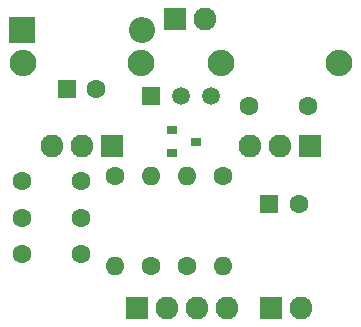
<source format=gts>
%TF.GenerationSoftware,KiCad,Pcbnew,(5.99.0-2514-g93e326803)*%
%TF.CreationDate,2020-08-01T18:07:19+03:00*%
%TF.ProjectId,los-fuelles,6c6f732d-6675-4656-9c6c-65732e6b6963,rev?*%
%TF.SameCoordinates,Original*%
%TF.FileFunction,Soldermask,Top*%
%TF.FilePolarity,Negative*%
%FSLAX46Y46*%
G04 Gerber Fmt 4.6, Leading zero omitted, Abs format (unit mm)*
G04 Created by KiCad (PCBNEW (5.99.0-2514-g93e326803)) date 2020-08-01 18:07:19*
%MOMM*%
%LPD*%
G01*
G04 APERTURE LIST*
%ADD10O,1.930400X1.930400*%
%ADD11R,1.930400X1.930400*%
%ADD12R,1.500000X1.500000*%
%ADD13C,1.500000*%
%ADD14C,1.600000*%
%ADD15O,1.600000X1.600000*%
%ADD16O,2.250000X2.250000*%
%ADD17R,2.200000X2.200000*%
%ADD18O,2.200000X2.200000*%
%ADD19R,1.600000X1.600000*%
%ADD20R,0.900000X0.800000*%
G04 APERTURE END LIST*
D10*
%TO.C,J3*%
X138531600Y-115062000D03*
X135991600Y-115062000D03*
X133451600Y-115062000D03*
D11*
X130911600Y-115062000D03*
%TD*%
D12*
%TO.C,Q2*%
X132080000Y-97129600D03*
D13*
X137160000Y-97129600D03*
X134620000Y-97129600D03*
%TD*%
D10*
%TO.C,J2*%
X136652000Y-90576400D03*
D11*
X134112000Y-90576400D03*
%TD*%
D10*
%TO.C,J1*%
X144780000Y-115062000D03*
D11*
X142240000Y-115062000D03*
%TD*%
D14*
%TO.C,C6*%
X121158000Y-107442000D03*
X126158000Y-107442000D03*
%TD*%
%TO.C,R3*%
X135128000Y-111506000D03*
D15*
X135128000Y-103886000D03*
%TD*%
D16*
%TO.C,RV1*%
X131238000Y-94346000D03*
X121238000Y-94346000D03*
D11*
X128778000Y-101346000D03*
D10*
X126238000Y-101346000D03*
X123698000Y-101346000D03*
%TD*%
D14*
%TO.C,R2*%
X132080000Y-111506000D03*
D15*
X132080000Y-103886000D03*
%TD*%
D14*
%TO.C,C4*%
X140385800Y-97993200D03*
X145385800Y-97993200D03*
%TD*%
%TO.C,C2*%
X121158000Y-110540800D03*
X126158000Y-110540800D03*
%TD*%
%TO.C,R1*%
X129032000Y-103886000D03*
D15*
X129032000Y-111506000D03*
%TD*%
D14*
%TO.C,C1*%
X126161800Y-104368600D03*
X121161800Y-104368600D03*
%TD*%
D17*
%TO.C,D1*%
X121132600Y-91516200D03*
D18*
X131292600Y-91516200D03*
%TD*%
D19*
%TO.C,C3*%
X142113000Y-106299000D03*
D14*
X144613000Y-106299000D03*
%TD*%
D19*
%TO.C,C5*%
X124968000Y-96520000D03*
D14*
X127468000Y-96520000D03*
%TD*%
%TO.C,R4*%
X138176000Y-103886000D03*
D15*
X138176000Y-111506000D03*
%TD*%
D20*
%TO.C,Q1*%
X133874000Y-100040400D03*
X133874000Y-101940400D03*
X135874000Y-100990400D03*
%TD*%
D16*
%TO.C,RV2*%
X138002000Y-94346000D03*
X148002000Y-94346000D03*
D11*
X145542000Y-101346000D03*
D10*
X143002000Y-101346000D03*
X140462000Y-101346000D03*
%TD*%
M02*

</source>
